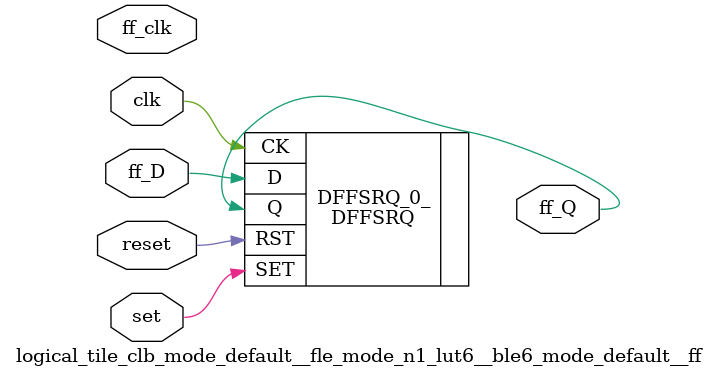
<source format=v>
`timescale 1ns / 1ps

`default_nettype none

// ----- Verilog module for logical_tile_clb_mode_default__fle_mode_n1_lut6__ble6_mode_default__ff -----
module logical_tile_clb_mode_default__fle_mode_n1_lut6__ble6_mode_default__ff(set,
                                                                              reset,
                                                                              clk,
                                                                              ff_D,
                                                                              ff_Q,
                                                                              ff_clk);
//----- GLOBAL PORTS -----
input [0:0] set;
//----- GLOBAL PORTS -----
input [0:0] reset;
//----- GLOBAL PORTS -----
input [0:0] clk;
//----- INPUT PORTS -----
input [0:0] ff_D;
//----- OUTPUT PORTS -----
output [0:0] ff_Q;
//----- CLOCK PORTS -----
input [0:0] ff_clk;

//----- BEGIN wire-connection ports -----
wire [0:0] ff_D;
wire [0:0] ff_Q;
wire [0:0] ff_clk;
//----- END wire-connection ports -----


//----- BEGIN Registered ports -----
//----- END Registered ports -----



// ----- BEGIN Local short connections -----
// ----- END Local short connections -----
// ----- BEGIN Local output short connections -----
// ----- END Local output short connections -----

	DFFSRQ DFFSRQ_0_ (
		.SET(set),
		.RST(reset),
		.CK(clk),
		.D(ff_D),
		.Q(ff_Q));

endmodule
// ----- END Verilog module for logical_tile_clb_mode_default__fle_mode_n1_lut6__ble6_mode_default__ff -----

//----- Default net type -----
`default_nettype none




</source>
